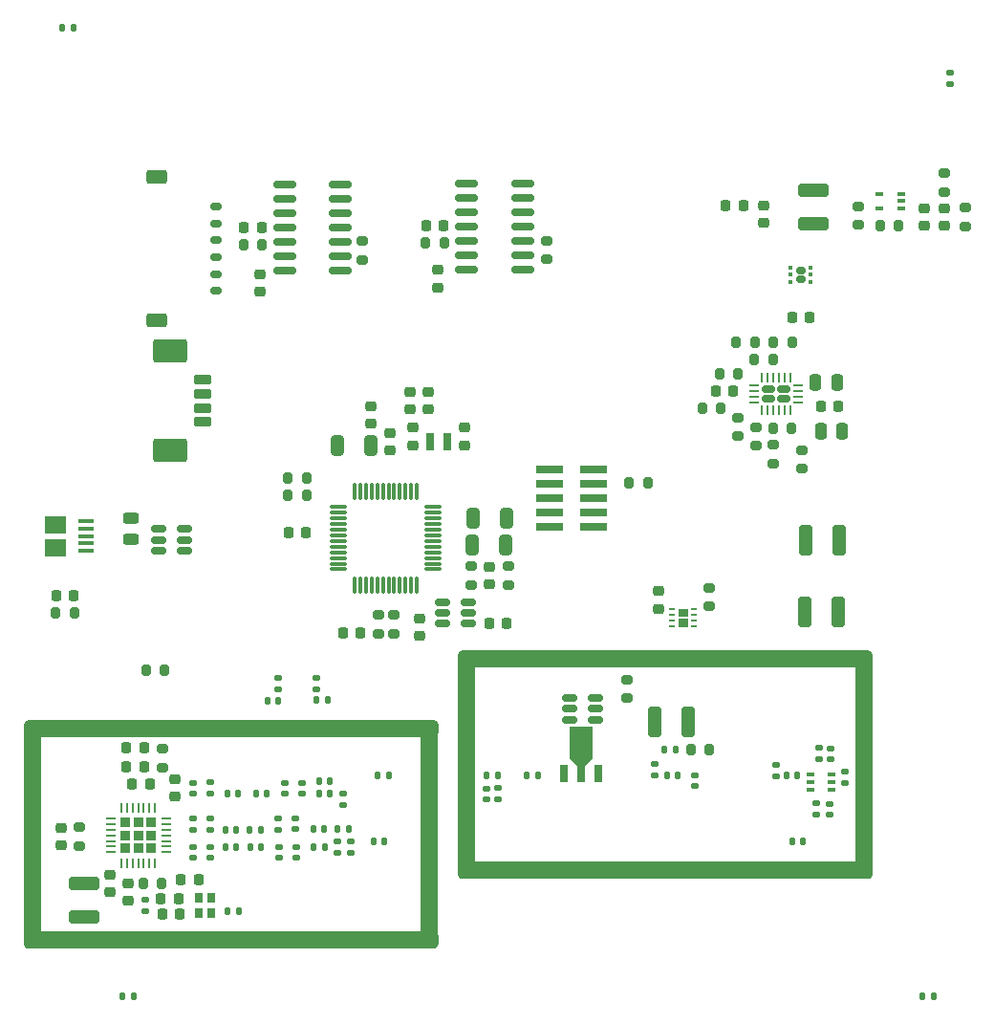
<source format=gbr>
%TF.GenerationSoftware,KiCad,Pcbnew,(6.0.5)*%
%TF.CreationDate,2022-08-15T13:00:56-04:00*%
%TF.ProjectId,SilverSat_Comms,53696c76-6572-4536-9174-5f436f6d6d73,rev?*%
%TF.SameCoordinates,Original*%
%TF.FileFunction,Paste,Top*%
%TF.FilePolarity,Positive*%
%FSLAX46Y46*%
G04 Gerber Fmt 4.6, Leading zero omitted, Abs format (unit mm)*
G04 Created by KiCad (PCBNEW (6.0.5)) date 2022-08-15 13:00:56*
%MOMM*%
%LPD*%
G01*
G04 APERTURE LIST*
G04 Aperture macros list*
%AMRoundRect*
0 Rectangle with rounded corners*
0 $1 Rounding radius*
0 $2 $3 $4 $5 $6 $7 $8 $9 X,Y pos of 4 corners*
0 Add a 4 corners polygon primitive as box body*
4,1,4,$2,$3,$4,$5,$6,$7,$8,$9,$2,$3,0*
0 Add four circle primitives for the rounded corners*
1,1,$1+$1,$2,$3*
1,1,$1+$1,$4,$5*
1,1,$1+$1,$6,$7*
1,1,$1+$1,$8,$9*
0 Add four rect primitives between the rounded corners*
20,1,$1+$1,$2,$3,$4,$5,0*
20,1,$1+$1,$4,$5,$6,$7,0*
20,1,$1+$1,$6,$7,$8,$9,0*
20,1,$1+$1,$8,$9,$2,$3,0*%
%AMFreePoly0*
4,1,18,4.107426,1.032426,4.125000,0.990000,4.125000,-0.990000,4.107426,-1.032426,4.065000,-1.050000,1.345000,-1.050000,1.302573,-1.032426,0.692574,-0.422426,0.675000,-0.380000,-0.735000,-0.380000,-0.735000,0.380000,0.675000,0.380000,0.692574,0.422426,1.302573,1.032426,1.315000,1.037573,1.345000,1.050000,4.065000,1.050000,4.107426,1.032426,4.107426,1.032426,$1*%
G04 Aperture macros list end*
%ADD10C,0.100000*%
%ADD11RoundRect,0.250000X-0.325000X-1.100000X0.325000X-1.100000X0.325000X1.100000X-0.325000X1.100000X0*%
%ADD12RoundRect,0.250000X1.100000X-0.325000X1.100000X0.325000X-1.100000X0.325000X-1.100000X-0.325000X0*%
%ADD13RoundRect,0.140000X0.170000X-0.140000X0.170000X0.140000X-0.170000X0.140000X-0.170000X-0.140000X0*%
%ADD14RoundRect,0.200000X0.275000X-0.200000X0.275000X0.200000X-0.275000X0.200000X-0.275000X-0.200000X0*%
%ADD15RoundRect,0.147500X-0.172500X0.147500X-0.172500X-0.147500X0.172500X-0.147500X0.172500X0.147500X0*%
%ADD16RoundRect,0.225000X0.250000X-0.225000X0.250000X0.225000X-0.250000X0.225000X-0.250000X-0.225000X0*%
%ADD17RoundRect,0.200000X-0.200000X-0.275000X0.200000X-0.275000X0.200000X0.275000X-0.200000X0.275000X0*%
%ADD18RoundRect,0.140000X-0.140000X-0.170000X0.140000X-0.170000X0.140000X0.170000X-0.140000X0.170000X0*%
%ADD19RoundRect,0.140000X-0.170000X0.140000X-0.170000X-0.140000X0.170000X-0.140000X0.170000X0.140000X0*%
%ADD20RoundRect,0.147500X-0.147500X-0.172500X0.147500X-0.172500X0.147500X0.172500X-0.147500X0.172500X0*%
%ADD21RoundRect,0.225000X-0.225000X-0.250000X0.225000X-0.250000X0.225000X0.250000X-0.225000X0.250000X0*%
%ADD22R,0.650000X0.400000*%
%ADD23RoundRect,0.135000X-0.135000X-0.185000X0.135000X-0.185000X0.135000X0.185000X-0.135000X0.185000X0*%
%ADD24RoundRect,0.200000X-0.600000X0.200000X-0.600000X-0.200000X0.600000X-0.200000X0.600000X0.200000X0*%
%ADD25RoundRect,0.250001X-1.249999X0.799999X-1.249999X-0.799999X1.249999X-0.799999X1.249999X0.799999X0*%
%ADD26RoundRect,0.200000X0.200000X0.275000X-0.200000X0.275000X-0.200000X-0.275000X0.200000X-0.275000X0*%
%ADD27RoundRect,0.135000X0.135000X0.185000X-0.135000X0.185000X-0.135000X-0.185000X0.135000X-0.185000X0*%
%ADD28RoundRect,0.200000X-0.275000X0.200000X-0.275000X-0.200000X0.275000X-0.200000X0.275000X0.200000X0*%
%ADD29RoundRect,0.225000X-0.250000X0.225000X-0.250000X-0.225000X0.250000X-0.225000X0.250000X0.225000X0*%
%ADD30RoundRect,0.225000X0.225000X0.250000X-0.225000X0.250000X-0.225000X-0.250000X0.225000X-0.250000X0*%
%ADD31RoundRect,0.140000X0.140000X0.170000X-0.140000X0.170000X-0.140000X-0.170000X0.140000X-0.170000X0*%
%ADD32RoundRect,0.150000X-0.512500X-0.150000X0.512500X-0.150000X0.512500X0.150000X-0.512500X0.150000X0*%
%ADD33RoundRect,0.218750X0.218750X0.256250X-0.218750X0.256250X-0.218750X-0.256250X0.218750X-0.256250X0*%
%ADD34RoundRect,0.250000X-0.325000X-0.650000X0.325000X-0.650000X0.325000X0.650000X-0.325000X0.650000X0*%
%ADD35RoundRect,0.150000X-0.350000X0.150000X-0.350000X-0.150000X0.350000X-0.150000X0.350000X0.150000X0*%
%ADD36RoundRect,0.250000X-0.650000X0.375000X-0.650000X-0.375000X0.650000X-0.375000X0.650000X0.375000X0*%
%ADD37RoundRect,0.135000X-0.185000X0.135000X-0.185000X-0.135000X0.185000X-0.135000X0.185000X0.135000X0*%
%ADD38RoundRect,0.177500X0.397500X-0.177500X0.397500X0.177500X-0.397500X0.177500X-0.397500X-0.177500X0*%
%ADD39RoundRect,0.062500X0.062500X-0.362500X0.062500X0.362500X-0.062500X0.362500X-0.062500X-0.362500X0*%
%ADD40RoundRect,0.062500X0.362500X-0.062500X0.362500X0.062500X-0.362500X0.062500X-0.362500X-0.062500X0*%
%ADD41RoundRect,0.250000X-0.250000X-0.475000X0.250000X-0.475000X0.250000X0.475000X-0.250000X0.475000X0*%
%ADD42RoundRect,0.250000X0.325000X0.650000X-0.325000X0.650000X-0.325000X-0.650000X0.325000X-0.650000X0*%
%ADD43RoundRect,0.150000X0.825000X0.150000X-0.825000X0.150000X-0.825000X-0.150000X0.825000X-0.150000X0*%
%ADD44R,0.660000X1.570000*%
%ADD45FreePoly0,90.000000*%
%ADD46RoundRect,0.375000X0.375000X-9.725000X0.375000X9.725000X-0.375000X9.725000X-0.375000X-9.725000X0*%
%ADD47RoundRect,0.375000X-17.975000X-0.375000X17.975000X-0.375000X17.975000X0.375000X-17.975000X0.375000X0*%
%ADD48RoundRect,0.218750X-0.256250X0.218750X-0.256250X-0.218750X0.256250X-0.218750X0.256250X0.218750X0*%
%ADD49RoundRect,0.147500X0.147500X0.172500X-0.147500X0.172500X-0.147500X-0.172500X0.147500X-0.172500X0*%
%ADD50R,1.350000X0.400000*%
%ADD51R,1.900000X1.500000*%
%ADD52RoundRect,0.160000X0.245000X0.160000X-0.245000X0.160000X-0.245000X-0.160000X0.245000X-0.160000X0*%
%ADD53RoundRect,0.093750X0.093750X0.106250X-0.093750X0.106250X-0.093750X-0.106250X0.093750X-0.106250X0*%
%ADD54RoundRect,0.243750X-0.456250X0.243750X-0.456250X-0.243750X0.456250X-0.243750X0.456250X0.243750X0*%
%ADD55R,0.800000X0.900000*%
%ADD56RoundRect,0.050000X0.200000X0.075000X-0.200000X0.075000X-0.200000X-0.075000X0.200000X-0.075000X0*%
%ADD57RoundRect,0.135000X0.185000X-0.135000X0.185000X0.135000X-0.185000X0.135000X-0.185000X-0.135000X0*%
%ADD58R,0.800000X1.500000*%
%ADD59RoundRect,0.150000X0.512500X0.150000X-0.512500X0.150000X-0.512500X-0.150000X0.512500X-0.150000X0*%
%ADD60R,2.400000X0.740000*%
%ADD61RoundRect,0.075000X-0.075000X0.662500X-0.075000X-0.662500X0.075000X-0.662500X0.075000X0.662500X0*%
%ADD62RoundRect,0.075000X-0.662500X0.075000X-0.662500X-0.075000X0.662500X-0.075000X0.662500X0.075000X0*%
%ADD63RoundRect,0.225000X0.225000X0.225000X-0.225000X0.225000X-0.225000X-0.225000X0.225000X-0.225000X0*%
%ADD64RoundRect,0.062500X0.337500X0.062500X-0.337500X0.062500X-0.337500X-0.062500X0.337500X-0.062500X0*%
%ADD65RoundRect,0.062500X0.062500X0.337500X-0.062500X0.337500X-0.062500X-0.337500X0.062500X-0.337500X0*%
G04 APERTURE END LIST*
D10*
%TO.C,U12*%
X164738011Y-110467011D02*
X163938011Y-110467011D01*
X163938011Y-110467011D02*
X163938011Y-109867011D01*
X163938011Y-109867011D02*
X164738011Y-109867011D01*
X164738011Y-109867011D02*
X164738011Y-110467011D01*
G36*
X164738011Y-110467011D02*
G01*
X163938011Y-110467011D01*
X163938011Y-109867011D01*
X164738011Y-109867011D01*
X164738011Y-110467011D01*
G37*
X164738011Y-111367011D02*
X163938011Y-111367011D01*
X163938011Y-111367011D02*
X163938011Y-110767011D01*
X163938011Y-110767011D02*
X164738011Y-110767011D01*
X164738011Y-110767011D02*
X164738011Y-111367011D01*
G36*
X164738011Y-111367011D02*
G01*
X163938011Y-111367011D01*
X163938011Y-110767011D01*
X164738011Y-110767011D01*
X164738011Y-111367011D01*
G37*
%TD*%
D11*
%TO.C,C65*%
X175182000Y-103759000D03*
X178132000Y-103759000D03*
%TD*%
%TO.C,C64*%
X175092225Y-110109000D03*
X178042225Y-110109000D03*
%TD*%
D12*
%TO.C,C40*%
X175860000Y-75790000D03*
X175860000Y-72840000D03*
%TD*%
D13*
%TO.C,C35*%
X130566679Y-126259971D03*
X130566679Y-125299971D03*
%TD*%
D14*
%TO.C,R26*%
X170825000Y-95440000D03*
X170825000Y-93790000D03*
%TD*%
D15*
%TO.C,L13*%
X146967000Y-125803800D03*
X146967000Y-126773800D03*
%TD*%
D16*
%TO.C,C9*%
X140132000Y-92215000D03*
X140132000Y-90665000D03*
%TD*%
D17*
%TO.C,R10*%
X116777000Y-115316000D03*
X118427000Y-115316000D03*
%TD*%
D14*
%TO.C,R7*%
X138684000Y-112077000D03*
X138684000Y-110427000D03*
%TD*%
D18*
%TO.C,C67*%
X137315000Y-124587000D03*
X138275000Y-124587000D03*
%TD*%
D13*
%TO.C,C16*%
X116710000Y-136605000D03*
X116710000Y-135645000D03*
%TD*%
D19*
%TO.C,C26*%
X122422179Y-130958971D03*
X122422179Y-131918971D03*
%TD*%
D20*
%TO.C,L14*%
X150509171Y-124598229D03*
X151479171Y-124598229D03*
%TD*%
D21*
%TO.C,C43*%
X174007000Y-84099400D03*
X175557000Y-84099400D03*
%TD*%
D16*
%TO.C,C68*%
X113560000Y-134950000D03*
X113560000Y-133400000D03*
%TD*%
D19*
%TO.C,C53*%
X165354000Y-124615000D03*
X165354000Y-125575000D03*
%TD*%
D13*
%TO.C,C33*%
X130028471Y-129384048D03*
X130028471Y-128424048D03*
%TD*%
D20*
%TO.C,L16*%
X162926098Y-124602840D03*
X163896098Y-124602840D03*
%TD*%
D13*
%TO.C,C57*%
X177292000Y-128115000D03*
X177292000Y-127155000D03*
%TD*%
D14*
%TO.C,R17*%
X110865179Y-130871971D03*
X110865179Y-129221971D03*
%TD*%
D22*
%TO.C,U7*%
X175592521Y-124555229D03*
X175592521Y-125205229D03*
X175592521Y-125855229D03*
X177492521Y-125855229D03*
X177492521Y-125205229D03*
X177492521Y-124555229D03*
%TD*%
D23*
%TO.C,R38*%
X133726600Y-129389371D03*
X134746600Y-129389371D03*
%TD*%
D24*
%TO.C,J3*%
X121780000Y-89565000D03*
X121780000Y-90815000D03*
X121780000Y-92065000D03*
X121780000Y-93315000D03*
D25*
X118880000Y-95865000D03*
X118880000Y-87015000D03*
%TD*%
D12*
%TO.C,C19*%
X111252000Y-137111000D03*
X111252000Y-134161000D03*
%TD*%
D26*
%TO.C,R13*%
X161226000Y-98679000D03*
X159576000Y-98679000D03*
%TD*%
D15*
%TO.C,L3*%
X120914679Y-125266971D03*
X120914679Y-126236971D03*
%TD*%
D22*
%TO.C,U4*%
X183666200Y-74408029D03*
X183666200Y-73758029D03*
X183666200Y-73108029D03*
X181766200Y-73108029D03*
X181766200Y-74408029D03*
%TD*%
D20*
%TO.C,L6*%
X125964471Y-129412048D03*
X126934471Y-129412048D03*
%TD*%
D27*
%TO.C,R14*%
X125006179Y-136650971D03*
X123986179Y-136650971D03*
%TD*%
D26*
%TO.C,R16*%
X118151650Y-134175000D03*
X116501650Y-134175000D03*
%TD*%
D28*
%TO.C,R40*%
X166624000Y-108013500D03*
X166624000Y-109663500D03*
%TD*%
D29*
%TO.C,C66*%
X162179000Y-108318000D03*
X162179000Y-109868000D03*
%TD*%
D30*
%TO.C,C8*%
X135776000Y-112014000D03*
X134226000Y-112014000D03*
%TD*%
D17*
%TO.C,R1*%
X108764200Y-110236000D03*
X110414200Y-110236000D03*
%TD*%
D21*
%TO.C,C60*%
X141579000Y-75946000D03*
X143129000Y-75946000D03*
%TD*%
D31*
%TO.C,C51*%
X163675000Y-122301000D03*
X162715000Y-122301000D03*
%TD*%
D21*
%TO.C,C63*%
X147180000Y-111125000D03*
X148730000Y-111125000D03*
%TD*%
D19*
%TO.C,C25*%
X122422179Y-128452122D03*
X122422179Y-129412122D03*
%TD*%
D13*
%TO.C,C58*%
X177419000Y-123186818D03*
X177419000Y-122226818D03*
%TD*%
D14*
%TO.C,R35*%
X135954000Y-78976000D03*
X135954000Y-77326000D03*
%TD*%
D26*
%TO.C,R25*%
X167703000Y-92075000D03*
X166053000Y-92075000D03*
%TD*%
D32*
%TO.C,U11*%
X143007500Y-109286000D03*
X143007500Y-110236000D03*
X143007500Y-111186000D03*
X145282500Y-111186000D03*
X145282500Y-110236000D03*
X145282500Y-109286000D03*
%TD*%
D16*
%TO.C,C61*%
X126873000Y-81788000D03*
X126873000Y-80238000D03*
%TD*%
D21*
%TO.C,C62*%
X125450000Y-76073000D03*
X127000000Y-76073000D03*
%TD*%
D31*
%TO.C,C29*%
X124779179Y-130958971D03*
X123819179Y-130958971D03*
%TD*%
D26*
%TO.C,R22*%
X172285000Y-87828029D03*
X170635000Y-87828029D03*
%TD*%
D33*
%TO.C,L2*%
X117119500Y-125349000D03*
X115544500Y-125349000D03*
%TD*%
D13*
%TO.C,C56*%
X178689000Y-125270200D03*
X178689000Y-124310200D03*
%TD*%
D34*
%TO.C,C5*%
X145686629Y-104193000D03*
X148636629Y-104193000D03*
%TD*%
D19*
%TO.C,C31*%
X128518179Y-130958971D03*
X128518179Y-131918971D03*
%TD*%
D35*
%TO.C,J4*%
X122937000Y-74228000D03*
X122937000Y-75728000D03*
X122937000Y-77228000D03*
X122937000Y-78728000D03*
X122937000Y-80228000D03*
X122937000Y-81728000D03*
D36*
X117747000Y-71623000D03*
X117747000Y-84333000D03*
%TD*%
D13*
%TO.C,C52*%
X172605521Y-124669229D03*
X172605521Y-123709229D03*
%TD*%
D29*
%TO.C,C42*%
X185674000Y-74409000D03*
X185674000Y-75959000D03*
%TD*%
%TO.C,C41*%
X187491400Y-74405429D03*
X187491400Y-75955429D03*
%TD*%
D30*
%TO.C,C12*%
X130950000Y-103124000D03*
X129400000Y-103124000D03*
%TD*%
D14*
%TO.C,R29*%
X169164000Y-94576400D03*
X169164000Y-92926400D03*
%TD*%
D19*
%TO.C,C24*%
X122438679Y-125243971D03*
X122438679Y-126203971D03*
%TD*%
D30*
%TO.C,C18*%
X119625650Y-135575000D03*
X118075650Y-135575000D03*
%TD*%
D17*
%TO.C,R19*%
X181801000Y-75946000D03*
X183451000Y-75946000D03*
%TD*%
D37*
%TO.C,R44*%
X131890000Y-115975000D03*
X131890000Y-116995000D03*
%TD*%
D11*
%TO.C,C50*%
X161847000Y-119888000D03*
X164797000Y-119888000D03*
%TD*%
D38*
%TO.C,U6*%
X171943000Y-91240400D03*
X173263000Y-91240400D03*
X171943000Y-90420400D03*
X173263000Y-90420400D03*
D39*
X171353000Y-92280400D03*
X171853000Y-92280400D03*
X172353000Y-92280400D03*
X172853000Y-92280400D03*
X173353000Y-92280400D03*
X173853000Y-92280400D03*
D40*
X174553000Y-91580400D03*
X174553000Y-91080400D03*
X174553000Y-90580400D03*
X174553000Y-90080400D03*
D39*
X173853000Y-89380400D03*
X173353000Y-89380400D03*
X172853000Y-89380400D03*
X172353000Y-89380400D03*
X171853000Y-89380400D03*
X171353000Y-89380400D03*
D40*
X170653000Y-90080400D03*
X170653000Y-90580400D03*
X170653000Y-91080400D03*
X170653000Y-91580400D03*
%TD*%
D31*
%TO.C,C34*%
X132582179Y-130958971D03*
X131622179Y-130958971D03*
%TD*%
D27*
%TO.C,R3*%
X110349000Y-58425000D03*
X109329000Y-58425000D03*
%TD*%
D15*
%TO.C,L15*%
X161810521Y-123624200D03*
X161810521Y-124594200D03*
%TD*%
D14*
%TO.C,R43*%
X159385000Y-117792000D03*
X159385000Y-116142000D03*
%TD*%
D26*
%TO.C,R36*%
X127063000Y-77597000D03*
X125413000Y-77597000D03*
%TD*%
D30*
%TO.C,C39*%
X169672000Y-74168000D03*
X168122000Y-74168000D03*
%TD*%
D41*
%TO.C,C44*%
X176088000Y-89789000D03*
X177988000Y-89789000D03*
%TD*%
D42*
%TO.C,C13*%
X148668000Y-101854000D03*
X145718000Y-101854000D03*
%TD*%
D20*
%TO.C,L7*%
X125978179Y-130958971D03*
X126948179Y-130958971D03*
%TD*%
D19*
%TO.C,C37*%
X134249679Y-126255171D03*
X134249679Y-127215171D03*
%TD*%
D31*
%TO.C,C54*%
X174470000Y-124587000D03*
X173510000Y-124587000D03*
%TD*%
D43*
%TO.C,U9*%
X150113771Y-79793229D03*
X150113771Y-78523229D03*
X150113771Y-77253229D03*
X150113771Y-75983229D03*
X150113771Y-74713229D03*
X150113771Y-73443229D03*
X150113771Y-72173229D03*
X145163771Y-72173229D03*
X145163771Y-73443229D03*
X145163771Y-74713229D03*
X145163771Y-75983229D03*
X145163771Y-77253229D03*
X145163771Y-78523229D03*
X145163771Y-79793229D03*
%TD*%
D28*
%TO.C,R11*%
X148844000Y-106109000D03*
X148844000Y-107759000D03*
%TD*%
D44*
%TO.C,PA1*%
X153820000Y-124475000D03*
D45*
X155320000Y-124475000D03*
D44*
X156820000Y-124475000D03*
%TD*%
D30*
%TO.C,C45*%
X168796000Y-90551000D03*
X167246000Y-90551000D03*
%TD*%
D46*
%TO.C,S3*%
X145182107Y-123668835D03*
X180382107Y-123668835D03*
D47*
X162782107Y-133018835D03*
X162782107Y-114318835D03*
%TD*%
D34*
%TO.C,C7*%
X133702000Y-95387000D03*
X136652000Y-95387000D03*
%TD*%
D48*
%TO.C,L12*%
X171450000Y-74142500D03*
X171450000Y-75717500D03*
%TD*%
D18*
%TO.C,C70*%
X127500000Y-117985000D03*
X128460000Y-117985000D03*
%TD*%
D49*
%TO.C,L8*%
X127472679Y-126236971D03*
X126502679Y-126236971D03*
%TD*%
D29*
%TO.C,C22*%
X109220000Y-129273000D03*
X109220000Y-130823000D03*
%TD*%
D23*
%TO.C,R2*%
X114679000Y-144145000D03*
X115699000Y-144145000D03*
%TD*%
D43*
%TO.C,U10*%
X133980900Y-79883000D03*
X133980900Y-78613000D03*
X133980900Y-77343000D03*
X133980900Y-76073000D03*
X133980900Y-74803000D03*
X133980900Y-73533000D03*
X133980900Y-72263000D03*
X129030900Y-72263000D03*
X129030900Y-73533000D03*
X129030900Y-74803000D03*
X129030900Y-76073000D03*
X129030900Y-77343000D03*
X129030900Y-78613000D03*
X129030900Y-79883000D03*
%TD*%
D26*
%TO.C,R34*%
X143170471Y-77470000D03*
X141520471Y-77470000D03*
%TD*%
D31*
%TO.C,C69*%
X132840000Y-117895000D03*
X131880000Y-117895000D03*
%TD*%
D21*
%TO.C,C20*%
X119869179Y-133856971D03*
X121419179Y-133856971D03*
%TD*%
D26*
%TO.C,R27*%
X173936000Y-93878400D03*
X172286000Y-93878400D03*
%TD*%
D29*
%TO.C,C2*%
X140380629Y-93840000D03*
X140380629Y-95390000D03*
%TD*%
D14*
%TO.C,R41*%
X187452000Y-72961000D03*
X187452000Y-71311000D03*
%TD*%
D17*
%TO.C,R8*%
X129346429Y-98283000D03*
X130996429Y-98283000D03*
%TD*%
D21*
%TO.C,C1*%
X108814200Y-108740000D03*
X110364200Y-108740000D03*
%TD*%
D13*
%TO.C,C32*%
X129042679Y-126213971D03*
X129042679Y-125253971D03*
%TD*%
D18*
%TO.C,C36*%
X132108000Y-125095000D03*
X133068000Y-125095000D03*
%TD*%
D26*
%TO.C,R21*%
X173999000Y-86304029D03*
X172349000Y-86304029D03*
%TD*%
D30*
%TO.C,C14*%
X116598429Y-122172971D03*
X115048429Y-122172971D03*
%TD*%
D16*
%TO.C,C23*%
X115210000Y-135750000D03*
X115210000Y-134200000D03*
%TD*%
D18*
%TO.C,C55*%
X174018000Y-130429000D03*
X174978000Y-130429000D03*
%TD*%
D50*
%TO.C,J1*%
X111459994Y-102124990D03*
X111459994Y-102774990D03*
X111459994Y-103424990D03*
X111459994Y-104074990D03*
X111459994Y-104724990D03*
D51*
X108759994Y-104424990D03*
X108759994Y-102424990D03*
%TD*%
D52*
%TO.C,U5*%
X174762000Y-79870400D03*
X174762000Y-80670400D03*
D53*
X175649500Y-80920400D03*
X175649500Y-80270400D03*
X175649500Y-79620400D03*
X173874500Y-79620400D03*
X173874500Y-80270400D03*
X173874500Y-80920400D03*
%TD*%
D54*
%TO.C,F1*%
X115443000Y-101805500D03*
X115443000Y-103680500D03*
%TD*%
D55*
%TO.C,X1*%
X122506179Y-136842971D03*
X122506179Y-135442971D03*
X121406179Y-135442971D03*
X121406179Y-136842971D03*
%TD*%
D37*
%TO.C,R45*%
X128450000Y-116015000D03*
X128450000Y-117035000D03*
%TD*%
D19*
%TO.C,C49*%
X147955000Y-125758000D03*
X147955000Y-126718000D03*
%TD*%
D15*
%TO.C,L5*%
X120898179Y-130958971D03*
X120898179Y-131928971D03*
%TD*%
D48*
%TO.C,L1*%
X136652000Y-91922500D03*
X136652000Y-93497500D03*
%TD*%
D56*
%TO.C,U12*%
X165288011Y-111367011D03*
X165288011Y-110867011D03*
X165288011Y-110367011D03*
X165288011Y-109867011D03*
X163388011Y-109867011D03*
X163388011Y-110367011D03*
X163392805Y-110871056D03*
X163392805Y-111367011D03*
%TD*%
D21*
%TO.C,C47*%
X176554800Y-91973400D03*
X178104800Y-91973400D03*
%TD*%
D31*
%TO.C,C48*%
X147927000Y-124587000D03*
X146967000Y-124587000D03*
%TD*%
D20*
%TO.C,L11*%
X132113679Y-126259971D03*
X133083679Y-126259971D03*
%TD*%
D26*
%TO.C,R23*%
X170697000Y-86304029D03*
X169047000Y-86304029D03*
%TD*%
D18*
%TO.C,C38*%
X136934000Y-130429000D03*
X137894000Y-130429000D03*
%TD*%
D15*
%TO.C,L9*%
X130042179Y-130958971D03*
X130042179Y-131928971D03*
%TD*%
D28*
%TO.C,R42*%
X174879000Y-95822000D03*
X174879000Y-97472000D03*
%TD*%
%TO.C,R15*%
X118242250Y-122266000D03*
X118242250Y-123916000D03*
%TD*%
D17*
%TO.C,R6*%
X129346429Y-99840000D03*
X130996429Y-99840000D03*
%TD*%
D37*
%TO.C,R4*%
X187960000Y-62360000D03*
X187960000Y-63380000D03*
%TD*%
D57*
%TO.C,R37*%
X133748179Y-131491971D03*
X133748179Y-130471971D03*
%TD*%
%TO.C,R39*%
X134891179Y-131491971D03*
X134891179Y-130471971D03*
%TD*%
D28*
%TO.C,R28*%
X172349000Y-95339400D03*
X172349000Y-96989400D03*
%TD*%
D29*
%TO.C,C10*%
X140970000Y-110731000D03*
X140970000Y-112281000D03*
%TD*%
D14*
%TO.C,R18*%
X179832000Y-75882000D03*
X179832000Y-74232000D03*
%TD*%
D26*
%TO.C,R24*%
X169227000Y-89027000D03*
X167577000Y-89027000D03*
%TD*%
D19*
%TO.C,C30*%
X128504471Y-128452048D03*
X128504471Y-129412048D03*
%TD*%
D58*
%TO.C,Y1*%
X141916629Y-95046200D03*
X143416629Y-95046200D03*
%TD*%
D59*
%TO.C,U1*%
X120136500Y-104709000D03*
X120136500Y-103759000D03*
X120136500Y-102809000D03*
X117861500Y-102809000D03*
X117861500Y-103759000D03*
X117861500Y-104709000D03*
%TD*%
D30*
%TO.C,C17*%
X119785000Y-136925000D03*
X118235000Y-136925000D03*
%TD*%
%TO.C,C15*%
X116598429Y-123823971D03*
X115048429Y-123823971D03*
%TD*%
D60*
%TO.C,J7*%
X152547229Y-97510600D03*
X156447229Y-97510600D03*
X152547229Y-98780600D03*
X156447229Y-98780600D03*
X152547229Y-100050600D03*
X156447229Y-100050600D03*
X152547229Y-101320600D03*
X156447229Y-101320600D03*
X152547229Y-102590600D03*
X156447229Y-102590600D03*
%TD*%
D46*
%TO.C,S1*%
X141880000Y-129842000D03*
X106680000Y-129842000D03*
D47*
X124280000Y-139192000D03*
X124280000Y-120492000D03*
%TD*%
D32*
%TO.C,U8*%
X154278598Y-117765829D03*
X154278598Y-118715829D03*
X154278598Y-119665829D03*
X156553598Y-119665829D03*
X156553598Y-118715829D03*
X156553598Y-117765829D03*
%TD*%
D57*
%TO.C,R31*%
X176403000Y-123192000D03*
X176403000Y-122172000D03*
%TD*%
D16*
%TO.C,C6*%
X138348629Y-95856520D03*
X138348629Y-94306520D03*
%TD*%
D27*
%TO.C,R5*%
X186549000Y-144150000D03*
X185529000Y-144150000D03*
%TD*%
D29*
%TO.C,C3*%
X144952629Y-93840000D03*
X144952629Y-95390000D03*
%TD*%
D14*
%TO.C,R33*%
X152296371Y-78926429D03*
X152296371Y-77276429D03*
%TD*%
D29*
%TO.C,C4*%
X147193000Y-106159000D03*
X147193000Y-107709000D03*
%TD*%
D61*
%TO.C,U2*%
X140756471Y-99451500D03*
X140256471Y-99451500D03*
X139756471Y-99451500D03*
X139256471Y-99451500D03*
X138756471Y-99451500D03*
X138256471Y-99451500D03*
X137756471Y-99451500D03*
X137256471Y-99451500D03*
X136756471Y-99451500D03*
X136256471Y-99451500D03*
X135756471Y-99451500D03*
X135256471Y-99451500D03*
D62*
X133843971Y-100864000D03*
X133843971Y-101364000D03*
X133843971Y-101864000D03*
X133843971Y-102364000D03*
X133843971Y-102864000D03*
X133843971Y-103364000D03*
X133843971Y-103864000D03*
X133843971Y-104364000D03*
X133843971Y-104864000D03*
X133843971Y-105364000D03*
X133843971Y-105864000D03*
X133843971Y-106364000D03*
D61*
X135256471Y-107776500D03*
X135756471Y-107776500D03*
X136256471Y-107776500D03*
X136756471Y-107776500D03*
X137256471Y-107776500D03*
X137756471Y-107776500D03*
X138256471Y-107776500D03*
X138756471Y-107776500D03*
X139256471Y-107776500D03*
X139756471Y-107776500D03*
X140256471Y-107776500D03*
X140756471Y-107776500D03*
D62*
X142168971Y-106364000D03*
X142168971Y-105864000D03*
X142168971Y-105364000D03*
X142168971Y-104864000D03*
X142168971Y-104364000D03*
X142168971Y-103864000D03*
X142168971Y-103364000D03*
X142168971Y-102864000D03*
X142168971Y-102364000D03*
X142168971Y-101864000D03*
X142168971Y-101364000D03*
X142168971Y-100864000D03*
%TD*%
D18*
%TO.C,C27*%
X123990679Y-126236971D03*
X124950679Y-126236971D03*
%TD*%
D15*
%TO.C,L4*%
X120898179Y-128441971D03*
X120898179Y-129411971D03*
%TD*%
D20*
%TO.C,L10*%
X131575471Y-129389048D03*
X132545471Y-129389048D03*
%TD*%
D17*
%TO.C,R30*%
X165037000Y-122301000D03*
X166687000Y-122301000D03*
%TD*%
D16*
%TO.C,C21*%
X119310000Y-126500000D03*
X119310000Y-124950000D03*
%TD*%
%TO.C,C59*%
X142621000Y-81420000D03*
X142621000Y-79870000D03*
%TD*%
D41*
%TO.C,C46*%
X176519800Y-94132400D03*
X178419800Y-94132400D03*
%TD*%
D14*
%TO.C,R12*%
X145593000Y-107759000D03*
X145593000Y-106109000D03*
%TD*%
D28*
%TO.C,R20*%
X189357000Y-74359000D03*
X189357000Y-76009000D03*
%TD*%
D16*
%TO.C,C11*%
X141781200Y-92203200D03*
X141781200Y-90653200D03*
%TD*%
D14*
%TO.C,R9*%
X137371471Y-112077000D03*
X137371471Y-110427000D03*
%TD*%
D37*
%TO.C,R32*%
X176111098Y-127095829D03*
X176111098Y-128115829D03*
%TD*%
D18*
%TO.C,C28*%
X123805471Y-129412048D03*
X124765471Y-129412048D03*
%TD*%
D63*
%TO.C,U3*%
X116072179Y-129919971D03*
X117192179Y-131039971D03*
X116072179Y-128799971D03*
X114952179Y-131039971D03*
X114952179Y-129919971D03*
X116072179Y-131039971D03*
X117192179Y-129919971D03*
X114952179Y-128799971D03*
X117192179Y-128799971D03*
D64*
X118522179Y-131419971D03*
X118522179Y-130919971D03*
X118522179Y-130419971D03*
X118522179Y-129919971D03*
X118522179Y-129419971D03*
X118522179Y-128919971D03*
X118522179Y-128419971D03*
D65*
X117572179Y-127469971D03*
X117072179Y-127469971D03*
X116572179Y-127469971D03*
X116072179Y-127469971D03*
X115572179Y-127469971D03*
X115072179Y-127469971D03*
X114572179Y-127469971D03*
D64*
X113622179Y-128419971D03*
X113622179Y-128919971D03*
X113622179Y-129419971D03*
X113622179Y-129919971D03*
X113622179Y-130419971D03*
X113622179Y-130919971D03*
X113622179Y-131419971D03*
D65*
X114572179Y-132369971D03*
X115072179Y-132369971D03*
X115572179Y-132369971D03*
X116072179Y-132369971D03*
X116572179Y-132369971D03*
X117072179Y-132369971D03*
X117572179Y-132369971D03*
%TD*%
M02*

</source>
